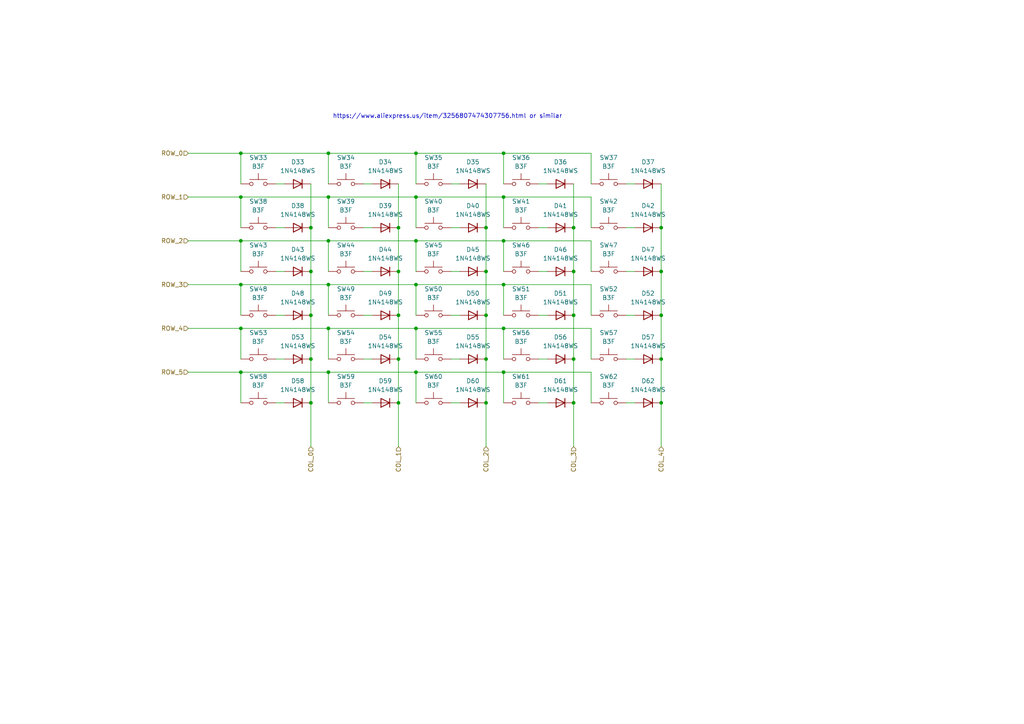
<source format=kicad_sch>
(kicad_sch (version 20231120) (generator "eeschema") (generator_version "8.0")
  (paper "A4")
  (lib_symbols
    (symbol "Device:D" (pin_numbers hide) (pin_names (offset 1.016) hide)
      (property "Reference" "D" (at 0 2.54 0))
      (property "Value" "D" (at 0 -2.54 0))
      (symbol "D_0_1"
        (polyline (pts (xy -1.27 1.27) (xy -1.27 -1.27)) (stroke (width 0.254)))
        (polyline (pts (xy 1.27 0) (xy -1.27 0)))
        (polyline (pts (xy 1.27 1.27) (xy 1.27 -1.27) (xy -1.27 0) (xy 1.27 1.27)) (stroke (width 0.254)))
      )
      (symbol "D_1_1"
        (pin passive line (at -3.81 0 0) (length 2.54) (name "K") (number "1"))
        (pin passive line (at 3.81 0 180) (length 2.54) (name "A") (number "2"))
      )
    )
    (symbol "Switch:SW_Push" (pin_numbers hide) (pin_names (offset 1.016) hide)
      (property "Reference" "SW" (at 1.27 2.54 0))
      (property "Value" "SW_Push" (at 0 -1.524 0))
      (symbol "SW_Push_0_1"
        (circle (center -2.032 0) (radius 0.508))
        (polyline (pts (xy 0 1.27) (xy 0 3.048)))
        (polyline (pts (xy 2.54 1.27) (xy -2.54 1.27)))
        (circle (center 2.032 0) (radius 0.508))
        (pin passive line (at -5.08 0 0) (length 2.54) (name "1") (number "1"))
        (pin passive line (at 5.08 0 180) (length 2.54) (name "2") (number "2"))
      )
    )
  )
  (junction (at 95.25 57.15))
  (junction (at 120.65 44.45))
  (junction (at 95.25 107.95))
  (junction (at 140.97 116.84))
  (junction (at 166.37 78.74))
  (junction (at 115.57 66.04))
  (junction (at 146.05 95.25))
  (junction (at 146.05 44.45))
  (junction (at 166.37 116.84))
  (junction (at 146.05 69.85))
  (junction (at 95.25 95.25))
  (junction (at 191.77 116.84))
  (junction (at 166.37 104.14))
  (junction (at 120.65 95.25))
  (junction (at 69.85 44.45))
  (junction (at 95.25 69.85))
  (junction (at 120.65 57.15))
  (junction (at 90.17 116.84))
  (junction (at 191.77 91.44))
  (junction (at 120.65 82.55))
  (junction (at 166.37 91.44))
  (junction (at 69.85 107.95))
  (junction (at 115.57 104.14))
  (junction (at 146.05 57.15))
  (junction (at 90.17 104.14))
  (junction (at 69.85 95.25))
  (junction (at 115.57 116.84))
  (junction (at 95.25 82.55))
  (junction (at 140.97 91.44))
  (junction (at 191.77 104.14))
  (junction (at 90.17 91.44))
  (junction (at 140.97 66.04))
  (junction (at 69.85 69.85))
  (junction (at 120.65 69.85))
  (junction (at 146.05 107.95))
  (junction (at 166.37 66.04))
  (junction (at 140.97 78.74))
  (junction (at 146.05 82.55))
  (junction (at 90.17 66.04))
  (junction (at 69.85 82.55))
  (junction (at 115.57 78.74))
  (junction (at 90.17 78.74))
  (junction (at 69.85 57.15))
  (junction (at 191.77 66.04))
  (junction (at 140.97 104.14))
  (junction (at 191.77 78.74))
  (junction (at 120.65 107.95))
  (junction (at 115.57 91.44))
  (junction (at 95.25 44.45))
  (wire (pts (xy 82.55 116.84) (xy 80.01 116.84)))
  (wire (pts (xy 90.17 91.44) (xy 90.17 104.14)))
  (wire (pts (xy 82.55 91.44) (xy 80.01 91.44)))
  (wire (pts (xy 69.85 57.15) (xy 69.85 66.04)))
  (wire (pts (xy 95.25 107.95) (xy 120.65 107.95)))
  (wire (pts (xy 54.61 44.45) (xy 69.85 44.45)))
  (wire (pts (xy 107.95 104.14) (xy 105.41 104.14)))
  (wire (pts (xy 120.65 69.85) (xy 146.05 69.85)))
  (wire (pts (xy 115.57 78.74) (xy 115.57 91.44)))
  (wire (pts (xy 166.37 53.34) (xy 166.37 66.04)))
  (wire (pts (xy 69.85 107.95) (xy 69.85 116.84)))
  (wire (pts (xy 90.17 66.04) (xy 90.17 78.74)))
  (wire (pts (xy 166.37 91.44) (xy 166.37 104.14)))
  (wire (pts (xy 120.65 107.95) (xy 146.05 107.95)))
  (wire (pts (xy 166.37 66.04) (xy 166.37 78.74)))
  (wire (pts (xy 115.57 104.14) (xy 115.57 116.84)))
  (wire (pts (xy 120.65 107.95) (xy 120.65 116.84)))
  (wire (pts (xy 95.25 57.15) (xy 120.65 57.15)))
  (wire (pts (xy 95.25 69.85) (xy 95.25 78.74)))
  (wire (pts (xy 69.85 44.45) (xy 69.85 53.34)))
  (wire (pts (xy 146.05 82.55) (xy 171.45 82.55)))
  (wire (pts (xy 107.95 91.44) (xy 105.41 91.44)))
  (wire (pts (xy 133.35 116.84) (xy 130.81 116.84)))
  (wire (pts (xy 146.05 44.45) (xy 146.05 53.34)))
  (wire (pts (xy 107.95 78.74) (xy 105.41 78.74)))
  (wire (pts (xy 140.97 116.84) (xy 140.97 129.54)))
  (wire (pts (xy 146.05 57.15) (xy 146.05 66.04)))
  (wire (pts (xy 120.65 44.45) (xy 120.65 53.34)))
  (wire (pts (xy 107.95 116.84) (xy 105.41 116.84)))
  (wire (pts (xy 166.37 104.14) (xy 166.37 116.84)))
  (wire (pts (xy 69.85 69.85) (xy 69.85 78.74)))
  (wire (pts (xy 82.55 104.14) (xy 80.01 104.14)))
  (wire (pts (xy 115.57 66.04) (xy 115.57 78.74)))
  (wire (pts (xy 54.61 107.95) (xy 69.85 107.95)))
  (wire (pts (xy 146.05 95.25) (xy 146.05 104.14)))
  (wire (pts (xy 120.65 44.45) (xy 146.05 44.45)))
  (wire (pts (xy 146.05 82.55) (xy 146.05 91.44)))
  (wire (pts (xy 191.77 78.74) (xy 191.77 91.44)))
  (wire (pts (xy 82.55 78.74) (xy 80.01 78.74)))
  (wire (pts (xy 90.17 104.14) (xy 90.17 116.84)))
  (wire (pts (xy 158.75 116.84) (xy 156.21 116.84)))
  (wire (pts (xy 69.85 95.25) (xy 69.85 104.14)))
  (wire (pts (xy 191.77 53.34) (xy 191.77 66.04)))
  (wire (pts (xy 171.45 82.55) (xy 171.45 91.44)))
  (wire (pts (xy 146.05 107.95) (xy 171.45 107.95)))
  (wire (pts (xy 107.95 66.04) (xy 105.41 66.04)))
  (wire (pts (xy 69.85 69.85) (xy 95.25 69.85)))
  (wire (pts (xy 69.85 44.45) (xy 95.25 44.45)))
  (wire (pts (xy 54.61 95.25) (xy 69.85 95.25)))
  (wire (pts (xy 107.95 53.34) (xy 105.41 53.34)))
  (wire (pts (xy 115.57 53.34) (xy 115.57 66.04)))
  (wire (pts (xy 95.25 95.25) (xy 120.65 95.25)))
  (wire (pts (xy 171.45 107.95) (xy 171.45 116.84)))
  (wire (pts (xy 166.37 78.74) (xy 166.37 91.44)))
  (wire (pts (xy 158.75 91.44) (xy 156.21 91.44)))
  (wire (pts (xy 158.75 78.74) (xy 156.21 78.74)))
  (wire (pts (xy 120.65 95.25) (xy 146.05 95.25)))
  (wire (pts (xy 54.61 69.85) (xy 69.85 69.85)))
  (wire (pts (xy 146.05 95.25) (xy 171.45 95.25)))
  (wire (pts (xy 140.97 78.74) (xy 140.97 91.44)))
  (wire (pts (xy 82.55 53.34) (xy 80.01 53.34)))
  (wire (pts (xy 146.05 44.45) (xy 171.45 44.45)))
  (wire (pts (xy 184.15 104.14) (xy 181.61 104.14)))
  (wire (pts (xy 69.85 95.25) (xy 95.25 95.25)))
  (wire (pts (xy 146.05 57.15) (xy 171.45 57.15)))
  (wire (pts (xy 140.97 104.14) (xy 140.97 116.84)))
  (wire (pts (xy 95.25 82.55) (xy 120.65 82.55)))
  (wire (pts (xy 133.35 104.14) (xy 130.81 104.14)))
  (wire (pts (xy 90.17 53.34) (xy 90.17 66.04)))
  (wire (pts (xy 146.05 69.85) (xy 146.05 78.74)))
  (wire (pts (xy 120.65 57.15) (xy 120.65 66.04)))
  (wire (pts (xy 69.85 82.55) (xy 95.25 82.55)))
  (wire (pts (xy 120.65 82.55) (xy 146.05 82.55)))
  (wire (pts (xy 146.05 107.95) (xy 146.05 116.84)))
  (wire (pts (xy 95.25 69.85) (xy 120.65 69.85)))
  (wire (pts (xy 184.15 116.84) (xy 181.61 116.84)))
  (wire (pts (xy 171.45 95.25) (xy 171.45 104.14)))
  (wire (pts (xy 95.25 107.95) (xy 95.25 116.84)))
  (wire (pts (xy 69.85 107.95) (xy 95.25 107.95)))
  (wire (pts (xy 69.85 57.15) (xy 95.25 57.15)))
  (wire (pts (xy 95.25 95.25) (xy 95.25 104.14)))
  (wire (pts (xy 133.35 53.34) (xy 130.81 53.34)))
  (wire (pts (xy 69.85 82.55) (xy 69.85 91.44)))
  (wire (pts (xy 158.75 53.34) (xy 156.21 53.34)))
  (wire (pts (xy 133.35 91.44) (xy 130.81 91.44)))
  (wire (pts (xy 191.77 66.04) (xy 191.77 78.74)))
  (wire (pts (xy 95.25 57.15) (xy 95.25 66.04)))
  (wire (pts (xy 133.35 66.04) (xy 130.81 66.04)))
  (wire (pts (xy 191.77 104.14) (xy 191.77 116.84)))
  (wire (pts (xy 184.15 53.34) (xy 181.61 53.34)))
  (wire (pts (xy 140.97 66.04) (xy 140.97 78.74)))
  (wire (pts (xy 191.77 116.84) (xy 191.77 129.54)))
  (wire (pts (xy 171.45 57.15) (xy 171.45 66.04)))
  (wire (pts (xy 115.57 116.84) (xy 115.57 129.54)))
  (wire (pts (xy 140.97 91.44) (xy 140.97 104.14)))
  (wire (pts (xy 191.77 91.44) (xy 191.77 104.14)))
  (wire (pts (xy 133.35 78.74) (xy 130.81 78.74)))
  (wire (pts (xy 146.05 69.85) (xy 171.45 69.85)))
  (wire (pts (xy 120.65 57.15) (xy 146.05 57.15)))
  (wire (pts (xy 184.15 66.04) (xy 181.61 66.04)))
  (wire (pts (xy 95.25 82.55) (xy 95.25 91.44)))
  (wire (pts (xy 158.75 66.04) (xy 156.21 66.04)))
  (wire (pts (xy 95.25 44.45) (xy 120.65 44.45)))
  (wire (pts (xy 120.65 82.55) (xy 120.65 91.44)))
  (wire (pts (xy 166.37 116.84) (xy 166.37 129.54)))
  (wire (pts (xy 120.65 69.85) (xy 120.65 78.74)))
  (wire (pts (xy 54.61 57.15) (xy 69.85 57.15)))
  (wire (pts (xy 115.57 91.44) (xy 115.57 104.14)))
  (wire (pts (xy 82.55 66.04) (xy 80.01 66.04)))
  (wire (pts (xy 184.15 91.44) (xy 181.61 91.44)))
  (wire (pts (xy 184.15 78.74) (xy 181.61 78.74)))
  (wire (pts (xy 140.97 53.34) (xy 140.97 66.04)))
  (wire (pts (xy 171.45 69.85) (xy 171.45 78.74)))
  (wire (pts (xy 171.45 44.45) (xy 171.45 53.34)))
  (wire (pts (xy 90.17 78.74) (xy 90.17 91.44)))
  (wire (pts (xy 120.65 95.25) (xy 120.65 104.14)))
  (wire (pts (xy 95.25 44.45) (xy 95.25 53.34)))
  (wire (pts (xy 158.75 104.14) (xy 156.21 104.14)))
  (wire (pts (xy 90.17 116.84) (xy 90.17 129.54)))
  (wire (pts (xy 54.61 82.55) (xy 69.85 82.55)))
  (text "https://www.aliexpress.us/item/3256807474307756.html or similar" (at 129.794 33.782 0) (effects (font (size 1.27 1.27))))
  (hierarchical_label "ROW_2" (shape input) (at 54.61 69.85 180))
  (hierarchical_label "COL_3" (shape input) (at 166.37 129.54 270))
  (hierarchical_label "COL_0" (shape input) (at 90.17 129.54 270))
  (hierarchical_label "COL_4" (shape input) (at 191.77 129.54 270))
  (hierarchical_label "ROW_5" (shape input) (at 54.61 107.95 180))
  (hierarchical_label "COL_2" (shape input) (at 140.97 129.54 270))
  (hierarchical_label "ROW_0" (shape input) (at 54.61 44.45 180))
  (hierarchical_label "COL_1" (shape input) (at 115.57 129.54 270))
  (hierarchical_label "ROW_3" (shape input) (at 54.61 82.55 180))
  (hierarchical_label "ROW_1" (shape input) (at 54.61 57.15 180))
  (hierarchical_label "ROW_4" (shape input) (at 54.61 95.25 180))
  (symbol (lib_id "Switch:SW_Push") (at 151.13 78.74 0) (unit 1)
    (property "Reference" "SW46" (at 151.13 71.12 0))
    (property "Value" "B3F" (at 151.13 73.66 0))
    (property "Footprint" "Button_Switch_THT:SW_SPST_Omron_B3F-40xx" (effects (hide yes)))
    (property "Description" "Push button switch, generic, two pins" (effects (hide yes)))
  )
  (symbol (lib_id "Switch:SW_Push") (at 74.93 66.04 0) (unit 1)
    (property "Reference" "SW38" (at 74.93 58.42 0))
    (property "Value" "B3F" (at 74.93 60.96 0))
    (property "Footprint" "Button_Switch_THT:SW_SPST_Omron_B3F-40xx" (effects (hide yes)))
    (property "Description" "Push button switch, generic, two pins" (effects (hide yes)))
  )
  (symbol (lib_id "Device:D") (at 86.36 91.44 180) (unit 1)
    (property "Reference" "D48" (at 86.36 85.09 0))
    (property "Value" "1N4148WS" (at 86.36 87.63 0))
    (property "Footprint" "Diode_SMD:D_SOD-323" (effects (hide yes)))
    (property "Description" "Diode" (effects (hide yes)))
    (property "Sim.Device" "D" (effects (hide yes)))
    (property "Sim.Pins" "1=K 2=A" (effects (hide yes)))
  )
  (symbol (lib_id "Switch:SW_Push") (at 151.13 104.14 0) (unit 1)
    (property "Reference" "SW56" (at 151.13 96.52 0))
    (property "Value" "B3F" (at 151.13 99.06 0))
    (property "Footprint" "Button_Switch_THT:SW_SPST_Omron_B3F-40xx" (effects (hide yes)))
    (property "Description" "Push button switch, generic, two pins" (effects (hide yes)))
  )
  (symbol (lib_id "Device:D") (at 137.16 66.04 180) (unit 1)
    (property "Reference" "D40" (at 137.16 59.69 0))
    (property "Value" "1N4148WS" (at 137.16 62.23 0))
    (property "Footprint" "Diode_SMD:D_SOD-323" (effects (hide yes)))
    (property "Description" "Diode" (effects (hide yes)))
    (property "Sim.Device" "D" (effects (hide yes)))
    (property "Sim.Pins" "1=K 2=A" (effects (hide yes)))
  )
  (symbol (lib_id "Switch:SW_Push") (at 125.73 91.44 0) (unit 1)
    (property "Reference" "SW50" (at 125.73 83.82 0))
    (property "Value" "B3F" (at 125.73 86.36 0))
    (property "Footprint" "Button_Switch_THT:SW_SPST_Omron_B3F-40xx" (effects (hide yes)))
    (property "Description" "Push button switch, generic, two pins" (effects (hide yes)))
  )
  (symbol (lib_id "Device:D") (at 137.16 116.84 180) (unit 1)
    (property "Reference" "D60" (at 137.16 110.49 0))
    (property "Value" "1N4148WS" (at 137.16 113.03 0))
    (property "Footprint" "Diode_SMD:D_SOD-323" (effects (hide yes)))
    (property "Description" "Diode" (effects (hide yes)))
    (property "Sim.Device" "D" (effects (hide yes)))
    (property "Sim.Pins" "1=K 2=A" (effects (hide yes)))
  )
  (symbol (lib_id "Device:D") (at 187.96 116.84 180) (unit 1)
    (property "Reference" "D62" (at 187.96 110.49 0))
    (property "Value" "1N4148WS" (at 187.96 113.03 0))
    (property "Footprint" "Diode_SMD:D_SOD-323" (effects (hide yes)))
    (property "Description" "Diode" (effects (hide yes)))
    (property "Sim.Device" "D" (effects (hide yes)))
    (property "Sim.Pins" "1=K 2=A" (effects (hide yes)))
  )
  (symbol (lib_id "Device:D") (at 187.96 78.74 180) (unit 1)
    (property "Reference" "D47" (at 187.96 72.39 0))
    (property "Value" "1N4148WS" (at 187.96 74.93 0))
    (property "Footprint" "Diode_SMD:D_SOD-323" (effects (hide yes)))
    (property "Description" "Diode" (effects (hide yes)))
    (property "Sim.Device" "D" (effects (hide yes)))
    (property "Sim.Pins" "1=K 2=A" (effects (hide yes)))
  )
  (symbol (lib_id "Device:D") (at 162.56 78.74 180) (unit 1)
    (property "Reference" "D46" (at 162.56 72.39 0))
    (property "Value" "1N4148WS" (at 162.56 74.93 0))
    (property "Footprint" "Diode_SMD:D_SOD-323" (effects (hide yes)))
    (property "Description" "Diode" (effects (hide yes)))
    (property "Sim.Device" "D" (effects (hide yes)))
    (property "Sim.Pins" "1=K 2=A" (effects (hide yes)))
  )
  (symbol (lib_id "Device:D") (at 187.96 53.34 180) (unit 1)
    (property "Reference" "D37" (at 187.96 46.99 0))
    (property "Value" "1N4148WS" (at 187.96 49.53 0))
    (property "Footprint" "Diode_SMD:D_SOD-323" (effects (hide yes)))
    (property "Description" "Diode" (effects (hide yes)))
    (property "Sim.Device" "D" (effects (hide yes)))
    (property "Sim.Pins" "1=K 2=A" (effects (hide yes)))
  )
  (symbol (lib_id "Device:D") (at 137.16 104.14 180) (unit 1)
    (property "Reference" "D55" (at 137.16 97.79 0))
    (property "Value" "1N4148WS" (at 137.16 100.33 0))
    (property "Footprint" "Diode_SMD:D_SOD-323" (effects (hide yes)))
    (property "Description" "Diode" (effects (hide yes)))
    (property "Sim.Device" "D" (effects (hide yes)))
    (property "Sim.Pins" "1=K 2=A" (effects (hide yes)))
  )
  (symbol (lib_id "Device:D") (at 162.56 116.84 180) (unit 1)
    (property "Reference" "D61" (at 162.56 110.49 0))
    (property "Value" "1N4148WS" (at 162.56 113.03 0))
    (property "Footprint" "Diode_SMD:D_SOD-323" (effects (hide yes)))
    (property "Description" "Diode" (effects (hide yes)))
    (property "Sim.Device" "D" (effects (hide yes)))
    (property "Sim.Pins" "1=K 2=A" (effects (hide yes)))
  )
  (symbol (lib_id "Switch:SW_Push") (at 176.53 66.04 0) (unit 1)
    (property "Reference" "SW42" (at 176.53 58.42 0))
    (property "Value" "B3F" (at 176.53 60.96 0))
    (property "Footprint" "Button_Switch_THT:SW_SPST_Omron_B3F-40xx" (effects (hide yes)))
    (property "Description" "Push button switch, generic, two pins" (effects (hide yes)))
  )
  (symbol (lib_id "Device:D") (at 111.76 91.44 180) (unit 1)
    (property "Reference" "D49" (at 111.76 85.09 0))
    (property "Value" "1N4148WS" (at 111.76 87.63 0))
    (property "Footprint" "Diode_SMD:D_SOD-323" (effects (hide yes)))
    (property "Description" "Diode" (effects (hide yes)))
    (property "Sim.Device" "D" (effects (hide yes)))
    (property "Sim.Pins" "1=K 2=A" (effects (hide yes)))
  )
  (symbol (lib_id "Switch:SW_Push") (at 176.53 104.14 0) (unit 1)
    (property "Reference" "SW57" (at 176.53 96.52 0))
    (property "Value" "B3F" (at 176.53 99.06 0))
    (property "Footprint" "Button_Switch_THT:SW_SPST_Omron_B3F-40xx" (effects (hide yes)))
    (property "Description" "Push button switch, generic, two pins" (effects (hide yes)))
  )
  (symbol (lib_id "Switch:SW_Push") (at 125.73 116.84 0) (unit 1)
    (property "Reference" "SW60" (at 125.73 109.22 0))
    (property "Value" "B3F" (at 125.73 111.76 0))
    (property "Footprint" "Button_Switch_THT:SW_SPST_Omron_B3F-40xx" (effects (hide yes)))
    (property "Description" "Push button switch, generic, two pins" (effects (hide yes)))
  )
  (symbol (lib_id "Device:D") (at 187.96 91.44 180) (unit 1)
    (property "Reference" "D52" (at 187.96 85.09 0))
    (property "Value" "1N4148WS" (at 187.96 87.63 0))
    (property "Footprint" "Diode_SMD:D_SOD-323" (effects (hide yes)))
    (property "Description" "Diode" (effects (hide yes)))
    (property "Sim.Device" "D" (effects (hide yes)))
    (property "Sim.Pins" "1=K 2=A" (effects (hide yes)))
  )
  (symbol (lib_id "Switch:SW_Push") (at 74.93 78.74 0) (unit 1)
    (property "Reference" "SW43" (at 74.93 71.12 0))
    (property "Value" "B3F" (at 74.93 73.66 0))
    (property "Footprint" "Button_Switch_THT:SW_SPST_Omron_B3F-40xx" (effects (hide yes)))
    (property "Description" "Push button switch, generic, two pins" (effects (hide yes)))
  )
  (symbol (lib_id "Device:D") (at 162.56 91.44 180) (unit 1)
    (property "Reference" "D51" (at 162.56 85.09 0))
    (property "Value" "1N4148WS" (at 162.56 87.63 0))
    (property "Footprint" "Diode_SMD:D_SOD-323" (effects (hide yes)))
    (property "Description" "Diode" (effects (hide yes)))
    (property "Sim.Device" "D" (effects (hide yes)))
    (property "Sim.Pins" "1=K 2=A" (effects (hide yes)))
  )
  (symbol (lib_id "Device:D") (at 162.56 53.34 180) (unit 1)
    (property "Reference" "D36" (at 162.56 46.99 0))
    (property "Value" "1N4148WS" (at 162.56 49.53 0))
    (property "Footprint" "Diode_SMD:D_SOD-323" (effects (hide yes)))
    (property "Description" "Diode" (effects (hide yes)))
    (property "Sim.Device" "D" (effects (hide yes)))
    (property "Sim.Pins" "1=K 2=A" (effects (hide yes)))
  )
  (symbol (lib_id "Device:D") (at 187.96 104.14 180) (unit 1)
    (property "Reference" "D57" (at 187.96 97.79 0))
    (property "Value" "1N4148WS" (at 187.96 100.33 0))
    (property "Footprint" "Diode_SMD:D_SOD-323" (effects (hide yes)))
    (property "Description" "Diode" (effects (hide yes)))
    (property "Sim.Device" "D" (effects (hide yes)))
    (property "Sim.Pins" "1=K 2=A" (effects (hide yes)))
  )
  (symbol (lib_id "Device:D") (at 86.36 116.84 180) (unit 1)
    (property "Reference" "D58" (at 86.36 110.49 0))
    (property "Value" "1N4148WS" (at 86.36 113.03 0))
    (property "Footprint" "Diode_SMD:D_SOD-323" (effects (hide yes)))
    (property "Description" "Diode" (effects (hide yes)))
    (property "Sim.Device" "D" (effects (hide yes)))
    (property "Sim.Pins" "1=K 2=A" (effects (hide yes)))
  )
  (symbol (lib_id "Device:D") (at 187.96 66.04 180) (unit 1)
    (property "Reference" "D42" (at 187.96 59.69 0))
    (property "Value" "1N4148WS" (at 187.96 62.23 0))
    (property "Footprint" "Diode_SMD:D_SOD-323" (effects (hide yes)))
    (property "Description" "Diode" (effects (hide yes)))
    (property "Sim.Device" "D" (effects (hide yes)))
    (property "Sim.Pins" "1=K 2=A" (effects (hide yes)))
  )
  (symbol (lib_id "Device:D") (at 86.36 78.74 180) (unit 1)
    (property "Reference" "D43" (at 86.36 72.39 0))
    (property "Value" "1N4148WS" (at 86.36 74.93 0))
    (property "Footprint" "Diode_SMD:D_SOD-323" (effects (hide yes)))
    (property "Description" "Diode" (effects (hide yes)))
    (property "Sim.Device" "D" (effects (hide yes)))
    (property "Sim.Pins" "1=K 2=A" (effects (hide yes)))
  )
  (symbol (lib_id "Switch:SW_Push") (at 100.33 116.84 0) (unit 1)
    (property "Reference" "SW59" (at 100.33 109.22 0))
    (property "Value" "B3F" (at 100.33 111.76 0))
    (property "Footprint" "Button_Switch_THT:SW_SPST_Omron_B3F-40xx" (effects (hide yes)))
    (property "Description" "Push button switch, generic, two pins" (effects (hide yes)))
  )
  (symbol (lib_id "Switch:SW_Push") (at 176.53 116.84 0) (unit 1)
    (property "Reference" "SW62" (at 176.53 109.22 0))
    (property "Value" "B3F" (at 176.53 111.76 0))
    (property "Footprint" "Button_Switch_THT:SW_SPST_Omron_B3F-40xx" (effects (hide yes)))
    (property "Description" "Push button switch, generic, two pins" (effects (hide yes)))
  )
  (symbol (lib_id "Device:D") (at 111.76 66.04 180) (unit 1)
    (property "Reference" "D39" (at 111.76 59.69 0))
    (property "Value" "1N4148WS" (at 111.76 62.23 0))
    (property "Footprint" "Diode_SMD:D_SOD-323" (effects (hide yes)))
    (property "Description" "Diode" (effects (hide yes)))
    (property "Sim.Device" "D" (effects (hide yes)))
    (property "Sim.Pins" "1=K 2=A" (effects (hide yes)))
  )
  (symbol (lib_id "Switch:SW_Push") (at 125.73 53.34 0) (unit 1)
    (property "Reference" "SW35" (at 125.73 45.72 0))
    (property "Value" "B3F" (at 125.73 48.26 0))
    (property "Footprint" "Button_Switch_THT:SW_SPST_Omron_B3F-40xx" (effects (hide yes)))
    (property "Description" "Push button switch, generic, two pins" (effects (hide yes)))
  )
  (symbol (lib_id "Switch:SW_Push") (at 151.13 91.44 0) (unit 1)
    (property "Reference" "SW51" (at 151.13 83.82 0))
    (property "Value" "B3F" (at 151.13 86.36 0))
    (property "Footprint" "Button_Switch_THT:SW_SPST_Omron_B3F-40xx" (effects (hide yes)))
    (property "Description" "Push button switch, generic, two pins" (effects (hide yes)))
  )
  (symbol (lib_id "Device:D") (at 111.76 53.34 180) (unit 1)
    (property "Reference" "D34" (at 111.76 46.99 0))
    (property "Value" "1N4148WS" (at 111.76 49.53 0))
    (property "Footprint" "Diode_SMD:D_SOD-323" (effects (hide yes)))
    (property "Description" "Diode" (effects (hide yes)))
    (property "Sim.Device" "D" (effects (hide yes)))
    (property "Sim.Pins" "1=K 2=A" (effects (hide yes)))
  )
  (symbol (lib_id "Switch:SW_Push") (at 74.93 91.44 0) (unit 1)
    (property "Reference" "SW48" (at 74.93 83.82 0))
    (property "Value" "B3F" (at 74.93 86.36 0))
    (property "Footprint" "Button_Switch_THT:SW_SPST_Omron_B3F-40xx" (effects (hide yes)))
    (property "Description" "Push button switch, generic, two pins" (effects (hide yes)))
  )
  (symbol (lib_id "Switch:SW_Push") (at 74.93 116.84 0) (unit 1)
    (property "Reference" "SW58" (at 74.93 109.22 0))
    (property "Value" "B3F" (at 74.93 111.76 0))
    (property "Footprint" "Button_Switch_THT:SW_SPST_Omron_B3F-40xx" (effects (hide yes)))
    (property "Description" "Push button switch, generic, two pins" (effects (hide yes)))
  )
  (symbol (lib_id "Switch:SW_Push") (at 100.33 104.14 0) (unit 1)
    (property "Reference" "SW54" (at 100.33 96.52 0))
    (property "Value" "B3F" (at 100.33 99.06 0))
    (property "Footprint" "Button_Switch_THT:SW_SPST_Omron_B3F-40xx" (effects (hide yes)))
    (property "Description" "Push button switch, generic, two pins" (effects (hide yes)))
  )
  (symbol (lib_id "Switch:SW_Push") (at 100.33 66.04 0) (unit 1)
    (property "Reference" "SW39" (at 100.33 58.42 0))
    (property "Value" "B3F" (at 100.33 60.96 0))
    (property "Footprint" "Button_Switch_THT:SW_SPST_Omron_B3F-40xx" (effects (hide yes)))
    (property "Description" "Push button switch, generic, two pins" (effects (hide yes)))
  )
  (symbol (lib_id "Switch:SW_Push") (at 125.73 78.74 0) (unit 1)
    (property "Reference" "SW45" (at 125.73 71.12 0))
    (property "Value" "B3F" (at 125.73 73.66 0))
    (property "Footprint" "Button_Switch_THT:SW_SPST_Omron_B3F-40xx" (effects (hide yes)))
    (property "Description" "Push button switch, generic, two pins" (effects (hide yes)))
  )
  (symbol (lib_id "Switch:SW_Push") (at 74.93 104.14 0) (unit 1)
    (property "Reference" "SW53" (at 74.93 96.52 0))
    (property "Value" "B3F" (at 74.93 99.06 0))
    (property "Footprint" "Button_Switch_THT:SW_SPST_Omron_B3F-40xx" (effects (hide yes)))
    (property "Description" "Push button switch, generic, two pins" (effects (hide yes)))
  )
  (symbol (lib_id "Device:D") (at 86.36 104.14 180) (unit 1)
    (property "Reference" "D53" (at 86.36 97.79 0))
    (property "Value" "1N4148WS" (at 86.36 100.33 0))
    (property "Footprint" "Diode_SMD:D_SOD-323" (effects (hide yes)))
    (property "Description" "Diode" (effects (hide yes)))
    (property "Sim.Device" "D" (effects (hide yes)))
    (property "Sim.Pins" "1=K 2=A" (effects (hide yes)))
  )
  (symbol (lib_id "Switch:SW_Push") (at 176.53 53.34 0) (unit 1)
    (property "Reference" "SW37" (at 176.53 45.72 0))
    (property "Value" "B3F" (at 176.53 48.26 0))
    (property "Footprint" "Button_Switch_THT:SW_SPST_Omron_B3F-40xx" (effects (hide yes)))
    (property "Description" "Push button switch, generic, two pins" (effects (hide yes)))
  )
  (symbol (lib_id "Device:D") (at 137.16 91.44 180) (unit 1)
    (property "Reference" "D50" (at 137.16 85.09 0))
    (property "Value" "1N4148WS" (at 137.16 87.63 0))
    (property "Footprint" "Diode_SMD:D_SOD-323" (effects (hide yes)))
    (property "Description" "Diode" (effects (hide yes)))
    (property "Sim.Device" "D" (effects (hide yes)))
    (property "Sim.Pins" "1=K 2=A" (effects (hide yes)))
  )
  (symbol (lib_id "Device:D") (at 86.36 53.34 180) (unit 1)
    (property "Reference" "D33" (at 86.36 46.99 0))
    (property "Value" "1N4148WS" (at 86.36 49.53 0))
    (property "Footprint" "Diode_SMD:D_SOD-323" (effects (hide yes)))
    (property "Description" "Diode" (effects (hide yes)))
    (property "Sim.Device" "D" (effects (hide yes)))
    (property "Sim.Pins" "1=K 2=A" (effects (hide yes)))
  )
  (symbol (lib_id "Switch:SW_Push") (at 100.33 53.34 0) (unit 1)
    (property "Reference" "SW34" (at 100.33 45.72 0))
    (property "Value" "B3F" (at 100.33 48.26 0))
    (property "Footprint" "Button_Switch_THT:SW_SPST_Omron_B3F-40xx" (effects (hide yes)))
    (property "Description" "Push button switch, generic, two pins" (effects (hide yes)))
  )
  (symbol (lib_id "Switch:SW_Push") (at 125.73 66.04 0) (unit 1)
    (property "Reference" "SW40" (at 125.73 58.42 0))
    (property "Value" "B3F" (at 125.73 60.96 0))
    (property "Footprint" "Button_Switch_THT:SW_SPST_Omron_B3F-40xx" (effects (hide yes)))
    (property "Description" "Push button switch, generic, two pins" (effects (hide yes)))
  )
  (symbol (lib_id "Switch:SW_Push") (at 176.53 91.44 0) (unit 1)
    (property "Reference" "SW52" (at 176.53 83.82 0))
    (property "Value" "B3F" (at 176.53 86.36 0))
    (property "Footprint" "Button_Switch_THT:SW_SPST_Omron_B3F-40xx" (effects (hide yes)))
    (property "Description" "Push button switch, generic, two pins" (effects (hide yes)))
  )
  (symbol (lib_id "Device:D") (at 86.36 66.04 180) (unit 1)
    (property "Reference" "D38" (at 86.36 59.69 0))
    (property "Value" "1N4148WS" (at 86.36 62.23 0))
    (property "Footprint" "Diode_SMD:D_SOD-323" (effects (hide yes)))
    (property "Description" "Diode" (effects (hide yes)))
    (property "Sim.Device" "D" (effects (hide yes)))
    (property "Sim.Pins" "1=K 2=A" (effects (hide yes)))
  )
  (symbol (lib_id "Switch:SW_Push") (at 151.13 53.34 0) (unit 1)
    (property "Reference" "SW36" (at 151.13 45.72 0))
    (property "Value" "B3F" (at 151.13 48.26 0))
    (property "Footprint" "Button_Switch_THT:SW_SPST_Omron_B3F-40xx" (effects (hide yes)))
    (property "Description" "Push button switch, generic, two pins" (effects (hide yes)))
  )
  (symbol (lib_id "Device:D") (at 162.56 104.14 180) (unit 1)
    (property "Reference" "D56" (at 162.56 97.79 0))
    (property "Value" "1N4148WS" (at 162.56 100.33 0))
    (property "Footprint" "Diode_SMD:D_SOD-323" (effects (hide yes)))
    (property "Description" "Diode" (effects (hide yes)))
    (property "Sim.Device" "D" (effects (hide yes)))
    (property "Sim.Pins" "1=K 2=A" (effects (hide yes)))
  )
  (symbol (lib_id "Switch:SW_Push") (at 176.53 78.74 0) (unit 1)
    (property "Reference" "SW47" (at 176.53 71.12 0))
    (property "Value" "B3F" (at 176.53 73.66 0))
    (property "Footprint" "Button_Switch_THT:SW_SPST_Omron_B3F-40xx" (effects (hide yes)))
    (property "Description" "Push button switch, generic, two pins" (effects (hide yes)))
  )
  (symbol (lib_id "Device:D") (at 137.16 78.74 180) (unit 1)
    (property "Reference" "D45" (at 137.16 72.39 0))
    (property "Value" "1N4148WS" (at 137.16 74.93 0))
    (property "Footprint" "Diode_SMD:D_SOD-323" (effects (hide yes)))
    (property "Description" "Diode" (effects (hide yes)))
    (property "Sim.Device" "D" (effects (hide yes)))
    (property "Sim.Pins" "1=K 2=A" (effects (hide yes)))
  )
  (symbol (lib_id "Device:D") (at 137.16 53.34 180) (unit 1)
    (property "Reference" "D35" (at 137.16 46.99 0))
    (property "Value" "1N4148WS" (at 137.16 49.53 0))
    (property "Footprint" "Diode_SMD:D_SOD-323" (effects (hide yes)))
    (property "Description" "Diode" (effects (hide yes)))
    (property "Sim.Device" "D" (effects (hide yes)))
    (property "Sim.Pins" "1=K 2=A" (effects (hide yes)))
  )
  (symbol (lib_id "Device:D") (at 111.76 104.14 180) (unit 1)
    (property "Reference" "D54" (at 111.76 97.79 0))
    (property "Value" "1N4148WS" (at 111.76 100.33 0))
    (property "Footprint" "Diode_SMD:D_SOD-323" (effects (hide yes)))
    (property "Description" "Diode" (effects (hide yes)))
    (property "Sim.Device" "D" (effects (hide yes)))
    (property "Sim.Pins" "1=K 2=A" (effects (hide yes)))
  )
  (symbol (lib_id "Switch:SW_Push") (at 100.33 78.74 0) (unit 1)
    (property "Reference" "SW44" (at 100.33 71.12 0))
    (property "Value" "B3F" (at 100.33 73.66 0))
    (property "Footprint" "Button_Switch_THT:SW_SPST_Omron_B3F-40xx" (effects (hide yes)))
    (property "Description" "Push button switch, generic, two pins" (effects (hide yes)))
  )
  (symbol (lib_id "Device:D") (at 111.76 116.84 180) (unit 1)
    (property "Reference" "D59" (at 111.76 110.49 0))
    (property "Value" "1N4148WS" (at 111.76 113.03 0))
    (property "Footprint" "Diode_SMD:D_SOD-323" (effects (hide yes)))
    (property "Description" "Diode" (effects (hide yes)))
    (property "Sim.Device" "D" (effects (hide yes)))
    (property "Sim.Pins" "1=K 2=A" (effects (hide yes)))
  )
  (symbol (lib_id "Switch:SW_Push") (at 151.13 66.04 0) (unit 1)
    (property "Reference" "SW41" (at 151.13 58.42 0))
    (property "Value" "B3F" (at 151.13 60.96 0))
    (property "Footprint" "Button_Switch_THT:SW_SPST_Omron_B3F-40xx" (effects (hide yes)))
    (property "Description" "Push button switch, generic, two pins" (effects (hide yes)))
  )
  (symbol (lib_id "Switch:SW_Push") (at 100.33 91.44 0) (unit 1)
    (property "Reference" "SW49" (at 100.33 83.82 0))
    (property "Value" "B3F" (at 100.33 86.36 0))
    (property "Footprint" "Button_Switch_THT:SW_SPST_Omron_B3F-40xx" (effects (hide yes)))
    (property "Description" "Push button switch, generic, two pins" (effects (hide yes)))
  )
  (symbol (lib_id "Device:D") (at 162.56 66.04 180) (unit 1)
    (property "Reference" "D41" (at 162.56 59.69 0))
    (property "Value" "1N4148WS" (at 162.56 62.23 0))
    (property "Footprint" "Diode_SMD:D_SOD-323" (effects (hide yes)))
    (property "Description" "Diode" (effects (hide yes)))
    (property "Sim.Device" "D" (effects (hide yes)))
    (property "Sim.Pins" "1=K 2=A" (effects (hide yes)))
  )
  (symbol (lib_id "Device:D") (at 111.76 78.74 180) (unit 1)
    (property "Reference" "D44" (at 111.76 72.39 0))
    (property "Value" "1N4148WS" (at 111.76 74.93 0))
    (property "Footprint" "Diode_SMD:D_SOD-323" (effects (hide yes)))
    (property "Description" "Diode" (effects (hide yes)))
    (property "Sim.Device" "D" (effects (hide yes)))
    (property "Sim.Pins" "1=K 2=A" (effects (hide yes)))
  )
  (symbol (lib_id "Switch:SW_Push") (at 74.93 53.34 0) (unit 1)
    (property "Reference" "SW33" (at 74.93 45.72 0))
    (property "Value" "B3F" (at 74.93 48.26 0))
    (property "Footprint" "Button_Switch_THT:SW_SPST_Omron_B3F-40xx" (effects (hide yes)))
    (property "Description" "Push button switch, generic, two pins" (effects (hide yes)))
  )
  (symbol (lib_id "Switch:SW_Push") (at 151.13 116.84 0) (unit 1)
    (property "Reference" "SW61" (at 151.13 109.22 0))
    (property "Value" "B3F" (at 151.13 111.76 0))
    (property "Footprint" "Button_Switch_THT:SW_SPST_Omron_B3F-40xx" (effects (hide yes)))
    (property "Description" "Push button switch, generic, two pins" (effects (hide yes)))
  )
  (symbol (lib_id "Switch:SW_Push") (at 125.73 104.14 0) (unit 1)
    (property "Reference" "SW55" (at 125.73 96.52 0))
    (property "Value" "B3F" (at 125.73 99.06 0))
    (property "Footprint" "Button_Switch_THT:SW_SPST_Omron_B3F-40xx" (effects (hide yes)))
    (property "Description" "Push button switch, generic, two pins" (effects (hide yes)))
  )
)
</source>
